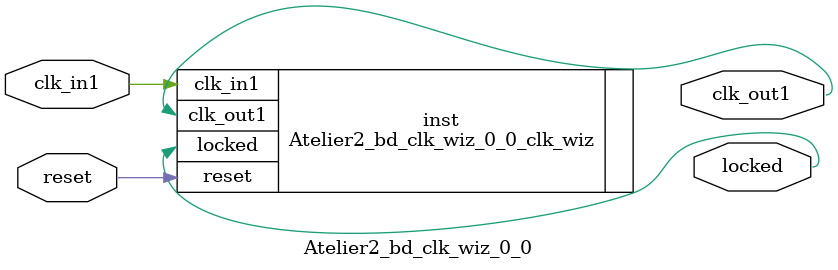
<source format=v>


`timescale 1ps/1ps

(* CORE_GENERATION_INFO = "Atelier2_bd_clk_wiz_0_0,clk_wiz_v6_0_6_0_0,{component_name=Atelier2_bd_clk_wiz_0_0,use_phase_alignment=true,use_min_o_jitter=false,use_max_i_jitter=false,use_dyn_phase_shift=false,use_inclk_switchover=false,use_dyn_reconfig=false,enable_axi=0,feedback_source=FDBK_AUTO,PRIMITIVE=MMCM,num_out_clk=1,clkin1_period=8.000,clkin2_period=10.000,use_power_down=false,use_reset=true,use_locked=true,use_inclk_stopped=false,feedback_type=SINGLE,CLOCK_MGR_TYPE=NA,manual_override=false}" *)

module Atelier2_bd_clk_wiz_0_0 
 (
  // Clock out ports
  output        clk_out1,
  // Status and control signals
  input         reset,
  output        locked,
 // Clock in ports
  input         clk_in1
 );

  Atelier2_bd_clk_wiz_0_0_clk_wiz inst
  (
  // Clock out ports  
  .clk_out1(clk_out1),
  // Status and control signals               
  .reset(reset), 
  .locked(locked),
 // Clock in ports
  .clk_in1(clk_in1)
  );

endmodule

</source>
